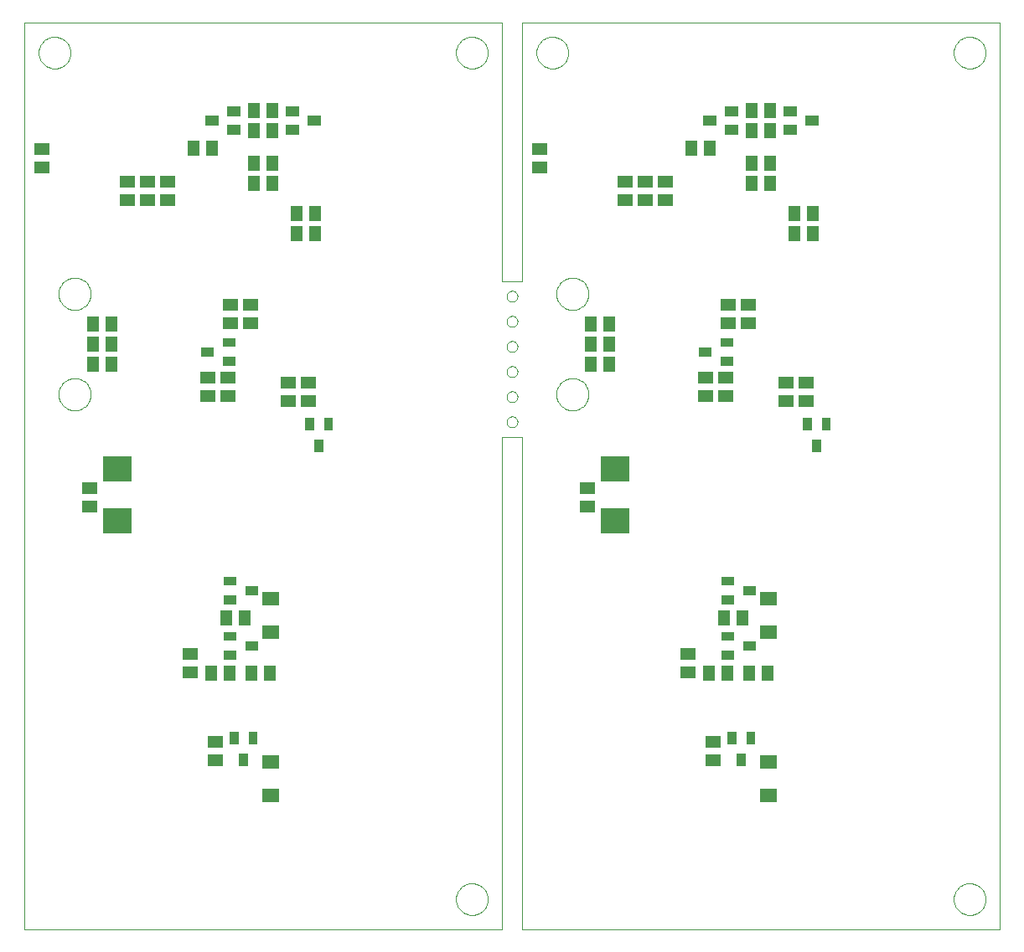
<source format=gbp>
G75*
G70*
%OFA0B0*%
%FSLAX24Y24*%
%IPPOS*%
%LPD*%
%AMOC8*
5,1,8,0,0,1.08239X$1,22.5*
%
%ADD10C,0.0000*%
%ADD11R,0.0512X0.0591*%
%ADD12R,0.0591X0.0512*%
%ADD13R,0.0551X0.0394*%
%ADD14R,0.0709X0.0551*%
%ADD15R,0.1181X0.0984*%
%ADD16C,0.0035*%
D10*
X001340Y001800D02*
X001340Y037900D01*
X020340Y037900D01*
X020340Y027600D01*
X021140Y027600D01*
X021140Y037900D01*
X040140Y037900D01*
X040140Y001800D01*
X021140Y001800D01*
X021140Y021400D01*
X020340Y021400D01*
X020340Y001800D01*
X001340Y001800D01*
X018510Y003000D02*
X018512Y003050D01*
X018518Y003100D01*
X018528Y003149D01*
X018542Y003197D01*
X018559Y003244D01*
X018580Y003289D01*
X018605Y003333D01*
X018633Y003374D01*
X018665Y003413D01*
X018699Y003450D01*
X018736Y003484D01*
X018776Y003514D01*
X018818Y003541D01*
X018862Y003565D01*
X018908Y003586D01*
X018955Y003602D01*
X019003Y003615D01*
X019053Y003624D01*
X019102Y003629D01*
X019153Y003630D01*
X019203Y003627D01*
X019252Y003620D01*
X019301Y003609D01*
X019349Y003594D01*
X019395Y003576D01*
X019440Y003554D01*
X019483Y003528D01*
X019524Y003499D01*
X019563Y003467D01*
X019599Y003432D01*
X019631Y003394D01*
X019661Y003354D01*
X019688Y003311D01*
X019711Y003267D01*
X019730Y003221D01*
X019746Y003173D01*
X019758Y003124D01*
X019766Y003075D01*
X019770Y003025D01*
X019770Y002975D01*
X019766Y002925D01*
X019758Y002876D01*
X019746Y002827D01*
X019730Y002779D01*
X019711Y002733D01*
X019688Y002689D01*
X019661Y002646D01*
X019631Y002606D01*
X019599Y002568D01*
X019563Y002533D01*
X019524Y002501D01*
X019483Y002472D01*
X019440Y002446D01*
X019395Y002424D01*
X019349Y002406D01*
X019301Y002391D01*
X019252Y002380D01*
X019203Y002373D01*
X019153Y002370D01*
X019102Y002371D01*
X019053Y002376D01*
X019003Y002385D01*
X018955Y002398D01*
X018908Y002414D01*
X018862Y002435D01*
X018818Y002459D01*
X018776Y002486D01*
X018736Y002516D01*
X018699Y002550D01*
X018665Y002587D01*
X018633Y002626D01*
X018605Y002667D01*
X018580Y002711D01*
X018559Y002756D01*
X018542Y002803D01*
X018528Y002851D01*
X018518Y002900D01*
X018512Y002950D01*
X018510Y003000D01*
X020523Y022000D02*
X020525Y022029D01*
X020531Y022057D01*
X020540Y022085D01*
X020553Y022111D01*
X020570Y022134D01*
X020589Y022156D01*
X020611Y022175D01*
X020636Y022190D01*
X020662Y022203D01*
X020690Y022211D01*
X020718Y022216D01*
X020747Y022217D01*
X020776Y022214D01*
X020804Y022207D01*
X020831Y022197D01*
X020857Y022183D01*
X020880Y022166D01*
X020901Y022146D01*
X020919Y022123D01*
X020934Y022098D01*
X020945Y022071D01*
X020953Y022043D01*
X020957Y022014D01*
X020957Y021986D01*
X020953Y021957D01*
X020945Y021929D01*
X020934Y021902D01*
X020919Y021877D01*
X020901Y021854D01*
X020880Y021834D01*
X020857Y021817D01*
X020831Y021803D01*
X020804Y021793D01*
X020776Y021786D01*
X020747Y021783D01*
X020718Y021784D01*
X020690Y021789D01*
X020662Y021797D01*
X020636Y021810D01*
X020611Y021825D01*
X020589Y021844D01*
X020570Y021866D01*
X020553Y021889D01*
X020540Y021915D01*
X020531Y021943D01*
X020525Y021971D01*
X020523Y022000D01*
X020523Y023000D02*
X020525Y023029D01*
X020531Y023057D01*
X020540Y023085D01*
X020553Y023111D01*
X020570Y023134D01*
X020589Y023156D01*
X020611Y023175D01*
X020636Y023190D01*
X020662Y023203D01*
X020690Y023211D01*
X020718Y023216D01*
X020747Y023217D01*
X020776Y023214D01*
X020804Y023207D01*
X020831Y023197D01*
X020857Y023183D01*
X020880Y023166D01*
X020901Y023146D01*
X020919Y023123D01*
X020934Y023098D01*
X020945Y023071D01*
X020953Y023043D01*
X020957Y023014D01*
X020957Y022986D01*
X020953Y022957D01*
X020945Y022929D01*
X020934Y022902D01*
X020919Y022877D01*
X020901Y022854D01*
X020880Y022834D01*
X020857Y022817D01*
X020831Y022803D01*
X020804Y022793D01*
X020776Y022786D01*
X020747Y022783D01*
X020718Y022784D01*
X020690Y022789D01*
X020662Y022797D01*
X020636Y022810D01*
X020611Y022825D01*
X020589Y022844D01*
X020570Y022866D01*
X020553Y022889D01*
X020540Y022915D01*
X020531Y022943D01*
X020525Y022971D01*
X020523Y023000D01*
X020523Y024000D02*
X020525Y024029D01*
X020531Y024057D01*
X020540Y024085D01*
X020553Y024111D01*
X020570Y024134D01*
X020589Y024156D01*
X020611Y024175D01*
X020636Y024190D01*
X020662Y024203D01*
X020690Y024211D01*
X020718Y024216D01*
X020747Y024217D01*
X020776Y024214D01*
X020804Y024207D01*
X020831Y024197D01*
X020857Y024183D01*
X020880Y024166D01*
X020901Y024146D01*
X020919Y024123D01*
X020934Y024098D01*
X020945Y024071D01*
X020953Y024043D01*
X020957Y024014D01*
X020957Y023986D01*
X020953Y023957D01*
X020945Y023929D01*
X020934Y023902D01*
X020919Y023877D01*
X020901Y023854D01*
X020880Y023834D01*
X020857Y023817D01*
X020831Y023803D01*
X020804Y023793D01*
X020776Y023786D01*
X020747Y023783D01*
X020718Y023784D01*
X020690Y023789D01*
X020662Y023797D01*
X020636Y023810D01*
X020611Y023825D01*
X020589Y023844D01*
X020570Y023866D01*
X020553Y023889D01*
X020540Y023915D01*
X020531Y023943D01*
X020525Y023971D01*
X020523Y024000D01*
X020523Y025000D02*
X020525Y025029D01*
X020531Y025057D01*
X020540Y025085D01*
X020553Y025111D01*
X020570Y025134D01*
X020589Y025156D01*
X020611Y025175D01*
X020636Y025190D01*
X020662Y025203D01*
X020690Y025211D01*
X020718Y025216D01*
X020747Y025217D01*
X020776Y025214D01*
X020804Y025207D01*
X020831Y025197D01*
X020857Y025183D01*
X020880Y025166D01*
X020901Y025146D01*
X020919Y025123D01*
X020934Y025098D01*
X020945Y025071D01*
X020953Y025043D01*
X020957Y025014D01*
X020957Y024986D01*
X020953Y024957D01*
X020945Y024929D01*
X020934Y024902D01*
X020919Y024877D01*
X020901Y024854D01*
X020880Y024834D01*
X020857Y024817D01*
X020831Y024803D01*
X020804Y024793D01*
X020776Y024786D01*
X020747Y024783D01*
X020718Y024784D01*
X020690Y024789D01*
X020662Y024797D01*
X020636Y024810D01*
X020611Y024825D01*
X020589Y024844D01*
X020570Y024866D01*
X020553Y024889D01*
X020540Y024915D01*
X020531Y024943D01*
X020525Y024971D01*
X020523Y025000D01*
X020523Y026000D02*
X020525Y026029D01*
X020531Y026057D01*
X020540Y026085D01*
X020553Y026111D01*
X020570Y026134D01*
X020589Y026156D01*
X020611Y026175D01*
X020636Y026190D01*
X020662Y026203D01*
X020690Y026211D01*
X020718Y026216D01*
X020747Y026217D01*
X020776Y026214D01*
X020804Y026207D01*
X020831Y026197D01*
X020857Y026183D01*
X020880Y026166D01*
X020901Y026146D01*
X020919Y026123D01*
X020934Y026098D01*
X020945Y026071D01*
X020953Y026043D01*
X020957Y026014D01*
X020957Y025986D01*
X020953Y025957D01*
X020945Y025929D01*
X020934Y025902D01*
X020919Y025877D01*
X020901Y025854D01*
X020880Y025834D01*
X020857Y025817D01*
X020831Y025803D01*
X020804Y025793D01*
X020776Y025786D01*
X020747Y025783D01*
X020718Y025784D01*
X020690Y025789D01*
X020662Y025797D01*
X020636Y025810D01*
X020611Y025825D01*
X020589Y025844D01*
X020570Y025866D01*
X020553Y025889D01*
X020540Y025915D01*
X020531Y025943D01*
X020525Y025971D01*
X020523Y026000D01*
X020523Y027000D02*
X020525Y027029D01*
X020531Y027057D01*
X020540Y027085D01*
X020553Y027111D01*
X020570Y027134D01*
X020589Y027156D01*
X020611Y027175D01*
X020636Y027190D01*
X020662Y027203D01*
X020690Y027211D01*
X020718Y027216D01*
X020747Y027217D01*
X020776Y027214D01*
X020804Y027207D01*
X020831Y027197D01*
X020857Y027183D01*
X020880Y027166D01*
X020901Y027146D01*
X020919Y027123D01*
X020934Y027098D01*
X020945Y027071D01*
X020953Y027043D01*
X020957Y027014D01*
X020957Y026986D01*
X020953Y026957D01*
X020945Y026929D01*
X020934Y026902D01*
X020919Y026877D01*
X020901Y026854D01*
X020880Y026834D01*
X020857Y026817D01*
X020831Y026803D01*
X020804Y026793D01*
X020776Y026786D01*
X020747Y026783D01*
X020718Y026784D01*
X020690Y026789D01*
X020662Y026797D01*
X020636Y026810D01*
X020611Y026825D01*
X020589Y026844D01*
X020570Y026866D01*
X020553Y026889D01*
X020540Y026915D01*
X020531Y026943D01*
X020525Y026971D01*
X020523Y027000D01*
X022500Y027100D02*
X022502Y027150D01*
X022508Y027200D01*
X022518Y027249D01*
X022531Y027298D01*
X022549Y027345D01*
X022570Y027391D01*
X022594Y027434D01*
X022622Y027476D01*
X022653Y027516D01*
X022687Y027553D01*
X022724Y027587D01*
X022764Y027618D01*
X022806Y027646D01*
X022849Y027670D01*
X022895Y027691D01*
X022942Y027709D01*
X022991Y027722D01*
X023040Y027732D01*
X023090Y027738D01*
X023140Y027740D01*
X023190Y027738D01*
X023240Y027732D01*
X023289Y027722D01*
X023338Y027709D01*
X023385Y027691D01*
X023431Y027670D01*
X023474Y027646D01*
X023516Y027618D01*
X023556Y027587D01*
X023593Y027553D01*
X023627Y027516D01*
X023658Y027476D01*
X023686Y027434D01*
X023710Y027391D01*
X023731Y027345D01*
X023749Y027298D01*
X023762Y027249D01*
X023772Y027200D01*
X023778Y027150D01*
X023780Y027100D01*
X023778Y027050D01*
X023772Y027000D01*
X023762Y026951D01*
X023749Y026902D01*
X023731Y026855D01*
X023710Y026809D01*
X023686Y026766D01*
X023658Y026724D01*
X023627Y026684D01*
X023593Y026647D01*
X023556Y026613D01*
X023516Y026582D01*
X023474Y026554D01*
X023431Y026530D01*
X023385Y026509D01*
X023338Y026491D01*
X023289Y026478D01*
X023240Y026468D01*
X023190Y026462D01*
X023140Y026460D01*
X023090Y026462D01*
X023040Y026468D01*
X022991Y026478D01*
X022942Y026491D01*
X022895Y026509D01*
X022849Y026530D01*
X022806Y026554D01*
X022764Y026582D01*
X022724Y026613D01*
X022687Y026647D01*
X022653Y026684D01*
X022622Y026724D01*
X022594Y026766D01*
X022570Y026809D01*
X022549Y026855D01*
X022531Y026902D01*
X022518Y026951D01*
X022508Y027000D01*
X022502Y027050D01*
X022500Y027100D01*
X022500Y023100D02*
X022502Y023150D01*
X022508Y023200D01*
X022518Y023249D01*
X022531Y023298D01*
X022549Y023345D01*
X022570Y023391D01*
X022594Y023434D01*
X022622Y023476D01*
X022653Y023516D01*
X022687Y023553D01*
X022724Y023587D01*
X022764Y023618D01*
X022806Y023646D01*
X022849Y023670D01*
X022895Y023691D01*
X022942Y023709D01*
X022991Y023722D01*
X023040Y023732D01*
X023090Y023738D01*
X023140Y023740D01*
X023190Y023738D01*
X023240Y023732D01*
X023289Y023722D01*
X023338Y023709D01*
X023385Y023691D01*
X023431Y023670D01*
X023474Y023646D01*
X023516Y023618D01*
X023556Y023587D01*
X023593Y023553D01*
X023627Y023516D01*
X023658Y023476D01*
X023686Y023434D01*
X023710Y023391D01*
X023731Y023345D01*
X023749Y023298D01*
X023762Y023249D01*
X023772Y023200D01*
X023778Y023150D01*
X023780Y023100D01*
X023778Y023050D01*
X023772Y023000D01*
X023762Y022951D01*
X023749Y022902D01*
X023731Y022855D01*
X023710Y022809D01*
X023686Y022766D01*
X023658Y022724D01*
X023627Y022684D01*
X023593Y022647D01*
X023556Y022613D01*
X023516Y022582D01*
X023474Y022554D01*
X023431Y022530D01*
X023385Y022509D01*
X023338Y022491D01*
X023289Y022478D01*
X023240Y022468D01*
X023190Y022462D01*
X023140Y022460D01*
X023090Y022462D01*
X023040Y022468D01*
X022991Y022478D01*
X022942Y022491D01*
X022895Y022509D01*
X022849Y022530D01*
X022806Y022554D01*
X022764Y022582D01*
X022724Y022613D01*
X022687Y022647D01*
X022653Y022684D01*
X022622Y022724D01*
X022594Y022766D01*
X022570Y022809D01*
X022549Y022855D01*
X022531Y022902D01*
X022518Y022951D01*
X022508Y023000D01*
X022502Y023050D01*
X022500Y023100D01*
X021710Y036700D02*
X021712Y036750D01*
X021718Y036800D01*
X021728Y036849D01*
X021742Y036897D01*
X021759Y036944D01*
X021780Y036989D01*
X021805Y037033D01*
X021833Y037074D01*
X021865Y037113D01*
X021899Y037150D01*
X021936Y037184D01*
X021976Y037214D01*
X022018Y037241D01*
X022062Y037265D01*
X022108Y037286D01*
X022155Y037302D01*
X022203Y037315D01*
X022253Y037324D01*
X022302Y037329D01*
X022353Y037330D01*
X022403Y037327D01*
X022452Y037320D01*
X022501Y037309D01*
X022549Y037294D01*
X022595Y037276D01*
X022640Y037254D01*
X022683Y037228D01*
X022724Y037199D01*
X022763Y037167D01*
X022799Y037132D01*
X022831Y037094D01*
X022861Y037054D01*
X022888Y037011D01*
X022911Y036967D01*
X022930Y036921D01*
X022946Y036873D01*
X022958Y036824D01*
X022966Y036775D01*
X022970Y036725D01*
X022970Y036675D01*
X022966Y036625D01*
X022958Y036576D01*
X022946Y036527D01*
X022930Y036479D01*
X022911Y036433D01*
X022888Y036389D01*
X022861Y036346D01*
X022831Y036306D01*
X022799Y036268D01*
X022763Y036233D01*
X022724Y036201D01*
X022683Y036172D01*
X022640Y036146D01*
X022595Y036124D01*
X022549Y036106D01*
X022501Y036091D01*
X022452Y036080D01*
X022403Y036073D01*
X022353Y036070D01*
X022302Y036071D01*
X022253Y036076D01*
X022203Y036085D01*
X022155Y036098D01*
X022108Y036114D01*
X022062Y036135D01*
X022018Y036159D01*
X021976Y036186D01*
X021936Y036216D01*
X021899Y036250D01*
X021865Y036287D01*
X021833Y036326D01*
X021805Y036367D01*
X021780Y036411D01*
X021759Y036456D01*
X021742Y036503D01*
X021728Y036551D01*
X021718Y036600D01*
X021712Y036650D01*
X021710Y036700D01*
X018510Y036700D02*
X018512Y036750D01*
X018518Y036800D01*
X018528Y036849D01*
X018542Y036897D01*
X018559Y036944D01*
X018580Y036989D01*
X018605Y037033D01*
X018633Y037074D01*
X018665Y037113D01*
X018699Y037150D01*
X018736Y037184D01*
X018776Y037214D01*
X018818Y037241D01*
X018862Y037265D01*
X018908Y037286D01*
X018955Y037302D01*
X019003Y037315D01*
X019053Y037324D01*
X019102Y037329D01*
X019153Y037330D01*
X019203Y037327D01*
X019252Y037320D01*
X019301Y037309D01*
X019349Y037294D01*
X019395Y037276D01*
X019440Y037254D01*
X019483Y037228D01*
X019524Y037199D01*
X019563Y037167D01*
X019599Y037132D01*
X019631Y037094D01*
X019661Y037054D01*
X019688Y037011D01*
X019711Y036967D01*
X019730Y036921D01*
X019746Y036873D01*
X019758Y036824D01*
X019766Y036775D01*
X019770Y036725D01*
X019770Y036675D01*
X019766Y036625D01*
X019758Y036576D01*
X019746Y036527D01*
X019730Y036479D01*
X019711Y036433D01*
X019688Y036389D01*
X019661Y036346D01*
X019631Y036306D01*
X019599Y036268D01*
X019563Y036233D01*
X019524Y036201D01*
X019483Y036172D01*
X019440Y036146D01*
X019395Y036124D01*
X019349Y036106D01*
X019301Y036091D01*
X019252Y036080D01*
X019203Y036073D01*
X019153Y036070D01*
X019102Y036071D01*
X019053Y036076D01*
X019003Y036085D01*
X018955Y036098D01*
X018908Y036114D01*
X018862Y036135D01*
X018818Y036159D01*
X018776Y036186D01*
X018736Y036216D01*
X018699Y036250D01*
X018665Y036287D01*
X018633Y036326D01*
X018605Y036367D01*
X018580Y036411D01*
X018559Y036456D01*
X018542Y036503D01*
X018528Y036551D01*
X018518Y036600D01*
X018512Y036650D01*
X018510Y036700D01*
X002700Y027100D02*
X002702Y027150D01*
X002708Y027200D01*
X002718Y027249D01*
X002731Y027298D01*
X002749Y027345D01*
X002770Y027391D01*
X002794Y027434D01*
X002822Y027476D01*
X002853Y027516D01*
X002887Y027553D01*
X002924Y027587D01*
X002964Y027618D01*
X003006Y027646D01*
X003049Y027670D01*
X003095Y027691D01*
X003142Y027709D01*
X003191Y027722D01*
X003240Y027732D01*
X003290Y027738D01*
X003340Y027740D01*
X003390Y027738D01*
X003440Y027732D01*
X003489Y027722D01*
X003538Y027709D01*
X003585Y027691D01*
X003631Y027670D01*
X003674Y027646D01*
X003716Y027618D01*
X003756Y027587D01*
X003793Y027553D01*
X003827Y027516D01*
X003858Y027476D01*
X003886Y027434D01*
X003910Y027391D01*
X003931Y027345D01*
X003949Y027298D01*
X003962Y027249D01*
X003972Y027200D01*
X003978Y027150D01*
X003980Y027100D01*
X003978Y027050D01*
X003972Y027000D01*
X003962Y026951D01*
X003949Y026902D01*
X003931Y026855D01*
X003910Y026809D01*
X003886Y026766D01*
X003858Y026724D01*
X003827Y026684D01*
X003793Y026647D01*
X003756Y026613D01*
X003716Y026582D01*
X003674Y026554D01*
X003631Y026530D01*
X003585Y026509D01*
X003538Y026491D01*
X003489Y026478D01*
X003440Y026468D01*
X003390Y026462D01*
X003340Y026460D01*
X003290Y026462D01*
X003240Y026468D01*
X003191Y026478D01*
X003142Y026491D01*
X003095Y026509D01*
X003049Y026530D01*
X003006Y026554D01*
X002964Y026582D01*
X002924Y026613D01*
X002887Y026647D01*
X002853Y026684D01*
X002822Y026724D01*
X002794Y026766D01*
X002770Y026809D01*
X002749Y026855D01*
X002731Y026902D01*
X002718Y026951D01*
X002708Y027000D01*
X002702Y027050D01*
X002700Y027100D01*
X002700Y023100D02*
X002702Y023150D01*
X002708Y023200D01*
X002718Y023249D01*
X002731Y023298D01*
X002749Y023345D01*
X002770Y023391D01*
X002794Y023434D01*
X002822Y023476D01*
X002853Y023516D01*
X002887Y023553D01*
X002924Y023587D01*
X002964Y023618D01*
X003006Y023646D01*
X003049Y023670D01*
X003095Y023691D01*
X003142Y023709D01*
X003191Y023722D01*
X003240Y023732D01*
X003290Y023738D01*
X003340Y023740D01*
X003390Y023738D01*
X003440Y023732D01*
X003489Y023722D01*
X003538Y023709D01*
X003585Y023691D01*
X003631Y023670D01*
X003674Y023646D01*
X003716Y023618D01*
X003756Y023587D01*
X003793Y023553D01*
X003827Y023516D01*
X003858Y023476D01*
X003886Y023434D01*
X003910Y023391D01*
X003931Y023345D01*
X003949Y023298D01*
X003962Y023249D01*
X003972Y023200D01*
X003978Y023150D01*
X003980Y023100D01*
X003978Y023050D01*
X003972Y023000D01*
X003962Y022951D01*
X003949Y022902D01*
X003931Y022855D01*
X003910Y022809D01*
X003886Y022766D01*
X003858Y022724D01*
X003827Y022684D01*
X003793Y022647D01*
X003756Y022613D01*
X003716Y022582D01*
X003674Y022554D01*
X003631Y022530D01*
X003585Y022509D01*
X003538Y022491D01*
X003489Y022478D01*
X003440Y022468D01*
X003390Y022462D01*
X003340Y022460D01*
X003290Y022462D01*
X003240Y022468D01*
X003191Y022478D01*
X003142Y022491D01*
X003095Y022509D01*
X003049Y022530D01*
X003006Y022554D01*
X002964Y022582D01*
X002924Y022613D01*
X002887Y022647D01*
X002853Y022684D01*
X002822Y022724D01*
X002794Y022766D01*
X002770Y022809D01*
X002749Y022855D01*
X002731Y022902D01*
X002718Y022951D01*
X002708Y023000D01*
X002702Y023050D01*
X002700Y023100D01*
X001910Y036700D02*
X001912Y036750D01*
X001918Y036800D01*
X001928Y036849D01*
X001942Y036897D01*
X001959Y036944D01*
X001980Y036989D01*
X002005Y037033D01*
X002033Y037074D01*
X002065Y037113D01*
X002099Y037150D01*
X002136Y037184D01*
X002176Y037214D01*
X002218Y037241D01*
X002262Y037265D01*
X002308Y037286D01*
X002355Y037302D01*
X002403Y037315D01*
X002453Y037324D01*
X002502Y037329D01*
X002553Y037330D01*
X002603Y037327D01*
X002652Y037320D01*
X002701Y037309D01*
X002749Y037294D01*
X002795Y037276D01*
X002840Y037254D01*
X002883Y037228D01*
X002924Y037199D01*
X002963Y037167D01*
X002999Y037132D01*
X003031Y037094D01*
X003061Y037054D01*
X003088Y037011D01*
X003111Y036967D01*
X003130Y036921D01*
X003146Y036873D01*
X003158Y036824D01*
X003166Y036775D01*
X003170Y036725D01*
X003170Y036675D01*
X003166Y036625D01*
X003158Y036576D01*
X003146Y036527D01*
X003130Y036479D01*
X003111Y036433D01*
X003088Y036389D01*
X003061Y036346D01*
X003031Y036306D01*
X002999Y036268D01*
X002963Y036233D01*
X002924Y036201D01*
X002883Y036172D01*
X002840Y036146D01*
X002795Y036124D01*
X002749Y036106D01*
X002701Y036091D01*
X002652Y036080D01*
X002603Y036073D01*
X002553Y036070D01*
X002502Y036071D01*
X002453Y036076D01*
X002403Y036085D01*
X002355Y036098D01*
X002308Y036114D01*
X002262Y036135D01*
X002218Y036159D01*
X002176Y036186D01*
X002136Y036216D01*
X002099Y036250D01*
X002065Y036287D01*
X002033Y036326D01*
X002005Y036367D01*
X001980Y036411D01*
X001959Y036456D01*
X001942Y036503D01*
X001928Y036551D01*
X001918Y036600D01*
X001912Y036650D01*
X001910Y036700D01*
X038310Y036700D02*
X038312Y036750D01*
X038318Y036800D01*
X038328Y036849D01*
X038342Y036897D01*
X038359Y036944D01*
X038380Y036989D01*
X038405Y037033D01*
X038433Y037074D01*
X038465Y037113D01*
X038499Y037150D01*
X038536Y037184D01*
X038576Y037214D01*
X038618Y037241D01*
X038662Y037265D01*
X038708Y037286D01*
X038755Y037302D01*
X038803Y037315D01*
X038853Y037324D01*
X038902Y037329D01*
X038953Y037330D01*
X039003Y037327D01*
X039052Y037320D01*
X039101Y037309D01*
X039149Y037294D01*
X039195Y037276D01*
X039240Y037254D01*
X039283Y037228D01*
X039324Y037199D01*
X039363Y037167D01*
X039399Y037132D01*
X039431Y037094D01*
X039461Y037054D01*
X039488Y037011D01*
X039511Y036967D01*
X039530Y036921D01*
X039546Y036873D01*
X039558Y036824D01*
X039566Y036775D01*
X039570Y036725D01*
X039570Y036675D01*
X039566Y036625D01*
X039558Y036576D01*
X039546Y036527D01*
X039530Y036479D01*
X039511Y036433D01*
X039488Y036389D01*
X039461Y036346D01*
X039431Y036306D01*
X039399Y036268D01*
X039363Y036233D01*
X039324Y036201D01*
X039283Y036172D01*
X039240Y036146D01*
X039195Y036124D01*
X039149Y036106D01*
X039101Y036091D01*
X039052Y036080D01*
X039003Y036073D01*
X038953Y036070D01*
X038902Y036071D01*
X038853Y036076D01*
X038803Y036085D01*
X038755Y036098D01*
X038708Y036114D01*
X038662Y036135D01*
X038618Y036159D01*
X038576Y036186D01*
X038536Y036216D01*
X038499Y036250D01*
X038465Y036287D01*
X038433Y036326D01*
X038405Y036367D01*
X038380Y036411D01*
X038359Y036456D01*
X038342Y036503D01*
X038328Y036551D01*
X038318Y036600D01*
X038312Y036650D01*
X038310Y036700D01*
X038310Y003000D02*
X038312Y003050D01*
X038318Y003100D01*
X038328Y003149D01*
X038342Y003197D01*
X038359Y003244D01*
X038380Y003289D01*
X038405Y003333D01*
X038433Y003374D01*
X038465Y003413D01*
X038499Y003450D01*
X038536Y003484D01*
X038576Y003514D01*
X038618Y003541D01*
X038662Y003565D01*
X038708Y003586D01*
X038755Y003602D01*
X038803Y003615D01*
X038853Y003624D01*
X038902Y003629D01*
X038953Y003630D01*
X039003Y003627D01*
X039052Y003620D01*
X039101Y003609D01*
X039149Y003594D01*
X039195Y003576D01*
X039240Y003554D01*
X039283Y003528D01*
X039324Y003499D01*
X039363Y003467D01*
X039399Y003432D01*
X039431Y003394D01*
X039461Y003354D01*
X039488Y003311D01*
X039511Y003267D01*
X039530Y003221D01*
X039546Y003173D01*
X039558Y003124D01*
X039566Y003075D01*
X039570Y003025D01*
X039570Y002975D01*
X039566Y002925D01*
X039558Y002876D01*
X039546Y002827D01*
X039530Y002779D01*
X039511Y002733D01*
X039488Y002689D01*
X039461Y002646D01*
X039431Y002606D01*
X039399Y002568D01*
X039363Y002533D01*
X039324Y002501D01*
X039283Y002472D01*
X039240Y002446D01*
X039195Y002424D01*
X039149Y002406D01*
X039101Y002391D01*
X039052Y002380D01*
X039003Y002373D01*
X038953Y002370D01*
X038902Y002371D01*
X038853Y002376D01*
X038803Y002385D01*
X038755Y002398D01*
X038708Y002414D01*
X038662Y002435D01*
X038618Y002459D01*
X038576Y002486D01*
X038536Y002516D01*
X038499Y002550D01*
X038465Y002587D01*
X038433Y002626D01*
X038405Y002667D01*
X038380Y002711D01*
X038359Y002756D01*
X038342Y002803D01*
X038328Y002851D01*
X038318Y002900D01*
X038312Y002950D01*
X038310Y003000D01*
D11*
X030914Y012000D03*
X030166Y012000D03*
X029314Y012000D03*
X028566Y012000D03*
X029166Y014200D03*
X029914Y014200D03*
X024614Y024300D03*
X023866Y024300D03*
X023866Y025100D03*
X024614Y025100D03*
X024614Y025900D03*
X023866Y025900D03*
X030266Y031500D03*
X031014Y031500D03*
X031014Y032300D03*
X030266Y032300D03*
X030266Y033600D03*
X031014Y033600D03*
X031014Y034400D03*
X030266Y034400D03*
X028614Y032900D03*
X027866Y032900D03*
X031966Y030300D03*
X032714Y030300D03*
X032714Y029500D03*
X031966Y029500D03*
X012914Y029500D03*
X012166Y029500D03*
X012166Y030300D03*
X012914Y030300D03*
X011214Y031500D03*
X010466Y031500D03*
X010466Y032300D03*
X011214Y032300D03*
X011214Y033600D03*
X010466Y033600D03*
X010466Y034400D03*
X011214Y034400D03*
X008814Y032900D03*
X008066Y032900D03*
X004814Y025900D03*
X004066Y025900D03*
X004066Y025100D03*
X004814Y025100D03*
X004814Y024300D03*
X004066Y024300D03*
X009366Y014200D03*
X010114Y014200D03*
X010366Y012000D03*
X011114Y012000D03*
X009514Y012000D03*
X008766Y012000D03*
D12*
X007940Y012026D03*
X007940Y012774D03*
X008940Y009274D03*
X008940Y008526D03*
X003940Y018626D03*
X003940Y019374D03*
X008640Y023026D03*
X008640Y023774D03*
X009440Y023774D03*
X009440Y023026D03*
X011840Y022826D03*
X011840Y023574D03*
X012640Y023574D03*
X012640Y022826D03*
X010340Y025926D03*
X010340Y026674D03*
X009540Y026674D03*
X009540Y025926D03*
X007040Y030826D03*
X007040Y031574D03*
X006240Y031574D03*
X006240Y030826D03*
X005440Y030826D03*
X005440Y031574D03*
X002040Y032126D03*
X002040Y032874D03*
X021840Y032874D03*
X021840Y032126D03*
X025240Y031574D03*
X025240Y030826D03*
X026040Y030826D03*
X026040Y031574D03*
X026840Y031574D03*
X026840Y030826D03*
X029340Y026674D03*
X029340Y025926D03*
X030140Y025926D03*
X030140Y026674D03*
X029240Y023774D03*
X029240Y023026D03*
X028440Y023026D03*
X028440Y023774D03*
X031640Y023574D03*
X031640Y022826D03*
X032440Y022826D03*
X032440Y023574D03*
X023740Y019374D03*
X023740Y018626D03*
X027740Y012774D03*
X027740Y012026D03*
X028740Y009274D03*
X028740Y008526D03*
D13*
X029473Y033626D03*
X029473Y034374D03*
X028607Y034000D03*
X031807Y033626D03*
X031807Y034374D03*
X032673Y034000D03*
X012873Y034000D03*
X012007Y033626D03*
X012007Y034374D03*
X009673Y034374D03*
X009673Y033626D03*
X008807Y034000D03*
D14*
X011140Y014969D03*
X011140Y013631D03*
X011140Y008469D03*
X011140Y007131D03*
X030940Y007131D03*
X030940Y008469D03*
X030940Y013631D03*
X030940Y014969D03*
D15*
X024840Y018067D03*
X024840Y020133D03*
X005040Y020133D03*
X005040Y018067D03*
D16*
X009746Y015834D02*
X009746Y015514D01*
X009268Y015514D01*
X009268Y015834D01*
X009746Y015834D01*
X009746Y015548D02*
X009268Y015548D01*
X009268Y015582D02*
X009746Y015582D01*
X009746Y015616D02*
X009268Y015616D01*
X009268Y015650D02*
X009746Y015650D01*
X009746Y015684D02*
X009268Y015684D01*
X009268Y015718D02*
X009746Y015718D01*
X009746Y015752D02*
X009268Y015752D01*
X009268Y015786D02*
X009746Y015786D01*
X009746Y015820D02*
X009268Y015820D01*
X009746Y015086D02*
X009746Y014766D01*
X009268Y014766D01*
X009268Y015086D01*
X009746Y015086D01*
X009746Y014800D02*
X009268Y014800D01*
X009268Y014834D02*
X009746Y014834D01*
X009746Y014868D02*
X009268Y014868D01*
X009268Y014902D02*
X009746Y014902D01*
X009746Y014936D02*
X009268Y014936D01*
X009268Y014970D02*
X009746Y014970D01*
X009746Y015004D02*
X009268Y015004D01*
X009268Y015038D02*
X009746Y015038D01*
X009746Y015072D02*
X009268Y015072D01*
X010612Y015140D02*
X010612Y015460D01*
X010612Y015140D02*
X010134Y015140D01*
X010134Y015460D01*
X010612Y015460D01*
X010612Y015174D02*
X010134Y015174D01*
X010134Y015208D02*
X010612Y015208D01*
X010612Y015242D02*
X010134Y015242D01*
X010134Y015276D02*
X010612Y015276D01*
X010612Y015310D02*
X010134Y015310D01*
X010134Y015344D02*
X010612Y015344D01*
X010612Y015378D02*
X010134Y015378D01*
X010134Y015412D02*
X010612Y015412D01*
X010612Y015446D02*
X010134Y015446D01*
X009746Y013634D02*
X009746Y013314D01*
X009268Y013314D01*
X009268Y013634D01*
X009746Y013634D01*
X009746Y013348D02*
X009268Y013348D01*
X009268Y013382D02*
X009746Y013382D01*
X009746Y013416D02*
X009268Y013416D01*
X009268Y013450D02*
X009746Y013450D01*
X009746Y013484D02*
X009268Y013484D01*
X009268Y013518D02*
X009746Y013518D01*
X009746Y013552D02*
X009268Y013552D01*
X009268Y013586D02*
X009746Y013586D01*
X009746Y013620D02*
X009268Y013620D01*
X009746Y012886D02*
X009746Y012566D01*
X009268Y012566D01*
X009268Y012886D01*
X009746Y012886D01*
X009746Y012600D02*
X009268Y012600D01*
X009268Y012634D02*
X009746Y012634D01*
X009746Y012668D02*
X009268Y012668D01*
X009268Y012702D02*
X009746Y012702D01*
X009746Y012736D02*
X009268Y012736D01*
X009268Y012770D02*
X009746Y012770D01*
X009746Y012804D02*
X009268Y012804D01*
X009268Y012838D02*
X009746Y012838D01*
X009746Y012872D02*
X009268Y012872D01*
X010612Y012940D02*
X010612Y013260D01*
X010612Y012940D02*
X010134Y012940D01*
X010134Y013260D01*
X010612Y013260D01*
X010612Y012974D02*
X010134Y012974D01*
X010134Y013008D02*
X010612Y013008D01*
X010612Y013042D02*
X010134Y013042D01*
X010134Y013076D02*
X010612Y013076D01*
X010612Y013110D02*
X010134Y013110D01*
X010134Y013144D02*
X010612Y013144D01*
X010612Y013178D02*
X010134Y013178D01*
X010134Y013212D02*
X010612Y013212D01*
X010612Y013246D02*
X010134Y013246D01*
X010254Y009194D02*
X010574Y009194D01*
X010254Y009194D02*
X010254Y009672D01*
X010574Y009672D01*
X010574Y009194D01*
X010574Y009228D02*
X010254Y009228D01*
X010254Y009262D02*
X010574Y009262D01*
X010574Y009296D02*
X010254Y009296D01*
X010254Y009330D02*
X010574Y009330D01*
X010574Y009364D02*
X010254Y009364D01*
X010254Y009398D02*
X010574Y009398D01*
X010574Y009432D02*
X010254Y009432D01*
X010254Y009466D02*
X010574Y009466D01*
X010574Y009500D02*
X010254Y009500D01*
X010254Y009534D02*
X010574Y009534D01*
X010574Y009568D02*
X010254Y009568D01*
X010254Y009602D02*
X010574Y009602D01*
X010574Y009636D02*
X010254Y009636D01*
X010254Y009670D02*
X010574Y009670D01*
X009826Y009194D02*
X009506Y009194D01*
X009506Y009672D01*
X009826Y009672D01*
X009826Y009194D01*
X009826Y009228D02*
X009506Y009228D01*
X009506Y009262D02*
X009826Y009262D01*
X009826Y009296D02*
X009506Y009296D01*
X009506Y009330D02*
X009826Y009330D01*
X009826Y009364D02*
X009506Y009364D01*
X009506Y009398D02*
X009826Y009398D01*
X009826Y009432D02*
X009506Y009432D01*
X009506Y009466D02*
X009826Y009466D01*
X009826Y009500D02*
X009506Y009500D01*
X009506Y009534D02*
X009826Y009534D01*
X009826Y009568D02*
X009506Y009568D01*
X009506Y009602D02*
X009826Y009602D01*
X009826Y009636D02*
X009506Y009636D01*
X009506Y009670D02*
X009826Y009670D01*
X009880Y008328D02*
X010200Y008328D01*
X009880Y008328D02*
X009880Y008806D01*
X010200Y008806D01*
X010200Y008328D01*
X010200Y008362D02*
X009880Y008362D01*
X009880Y008396D02*
X010200Y008396D01*
X010200Y008430D02*
X009880Y008430D01*
X009880Y008464D02*
X010200Y008464D01*
X010200Y008498D02*
X009880Y008498D01*
X009880Y008532D02*
X010200Y008532D01*
X010200Y008566D02*
X009880Y008566D01*
X009880Y008600D02*
X010200Y008600D01*
X010200Y008634D02*
X009880Y008634D01*
X009880Y008668D02*
X010200Y008668D01*
X010200Y008702D02*
X009880Y008702D01*
X009880Y008736D02*
X010200Y008736D01*
X010200Y008770D02*
X009880Y008770D01*
X009880Y008804D02*
X010200Y008804D01*
X012880Y020828D02*
X013200Y020828D01*
X012880Y020828D02*
X012880Y021306D01*
X013200Y021306D01*
X013200Y020828D01*
X013200Y020862D02*
X012880Y020862D01*
X012880Y020896D02*
X013200Y020896D01*
X013200Y020930D02*
X012880Y020930D01*
X012880Y020964D02*
X013200Y020964D01*
X013200Y020998D02*
X012880Y020998D01*
X012880Y021032D02*
X013200Y021032D01*
X013200Y021066D02*
X012880Y021066D01*
X012880Y021100D02*
X013200Y021100D01*
X013200Y021134D02*
X012880Y021134D01*
X012880Y021168D02*
X013200Y021168D01*
X013200Y021202D02*
X012880Y021202D01*
X012880Y021236D02*
X013200Y021236D01*
X013200Y021270D02*
X012880Y021270D01*
X012880Y021304D02*
X013200Y021304D01*
X013254Y021694D02*
X013574Y021694D01*
X013254Y021694D02*
X013254Y022172D01*
X013574Y022172D01*
X013574Y021694D01*
X013574Y021728D02*
X013254Y021728D01*
X013254Y021762D02*
X013574Y021762D01*
X013574Y021796D02*
X013254Y021796D01*
X013254Y021830D02*
X013574Y021830D01*
X013574Y021864D02*
X013254Y021864D01*
X013254Y021898D02*
X013574Y021898D01*
X013574Y021932D02*
X013254Y021932D01*
X013254Y021966D02*
X013574Y021966D01*
X013574Y022000D02*
X013254Y022000D01*
X013254Y022034D02*
X013574Y022034D01*
X013574Y022068D02*
X013254Y022068D01*
X013254Y022102D02*
X013574Y022102D01*
X013574Y022136D02*
X013254Y022136D01*
X013254Y022170D02*
X013574Y022170D01*
X012826Y021694D02*
X012506Y021694D01*
X012506Y022172D01*
X012826Y022172D01*
X012826Y021694D01*
X012826Y021728D02*
X012506Y021728D01*
X012506Y021762D02*
X012826Y021762D01*
X012826Y021796D02*
X012506Y021796D01*
X012506Y021830D02*
X012826Y021830D01*
X012826Y021864D02*
X012506Y021864D01*
X012506Y021898D02*
X012826Y021898D01*
X012826Y021932D02*
X012506Y021932D01*
X012506Y021966D02*
X012826Y021966D01*
X012826Y022000D02*
X012506Y022000D01*
X012506Y022034D02*
X012826Y022034D01*
X012826Y022068D02*
X012506Y022068D01*
X012506Y022102D02*
X012826Y022102D01*
X012826Y022136D02*
X012506Y022136D01*
X012506Y022170D02*
X012826Y022170D01*
X009234Y024266D02*
X009234Y024586D01*
X009712Y024586D01*
X009712Y024266D01*
X009234Y024266D01*
X009234Y024300D02*
X009712Y024300D01*
X009712Y024334D02*
X009234Y024334D01*
X009234Y024368D02*
X009712Y024368D01*
X009712Y024402D02*
X009234Y024402D01*
X009234Y024436D02*
X009712Y024436D01*
X009712Y024470D02*
X009234Y024470D01*
X009234Y024504D02*
X009712Y024504D01*
X009712Y024538D02*
X009234Y024538D01*
X009234Y024572D02*
X009712Y024572D01*
X009234Y025014D02*
X009234Y025334D01*
X009712Y025334D01*
X009712Y025014D01*
X009234Y025014D01*
X009234Y025048D02*
X009712Y025048D01*
X009712Y025082D02*
X009234Y025082D01*
X009234Y025116D02*
X009712Y025116D01*
X009712Y025150D02*
X009234Y025150D01*
X009234Y025184D02*
X009712Y025184D01*
X009712Y025218D02*
X009234Y025218D01*
X009234Y025252D02*
X009712Y025252D01*
X009712Y025286D02*
X009234Y025286D01*
X009234Y025320D02*
X009712Y025320D01*
X008368Y024960D02*
X008368Y024640D01*
X008368Y024960D02*
X008846Y024960D01*
X008846Y024640D01*
X008368Y024640D01*
X008368Y024674D02*
X008846Y024674D01*
X008846Y024708D02*
X008368Y024708D01*
X008368Y024742D02*
X008846Y024742D01*
X008846Y024776D02*
X008368Y024776D01*
X008368Y024810D02*
X008846Y024810D01*
X008846Y024844D02*
X008368Y024844D01*
X008368Y024878D02*
X008846Y024878D01*
X008846Y024912D02*
X008368Y024912D01*
X008368Y024946D02*
X008846Y024946D01*
X028168Y024960D02*
X028168Y024640D01*
X028168Y024960D02*
X028646Y024960D01*
X028646Y024640D01*
X028168Y024640D01*
X028168Y024674D02*
X028646Y024674D01*
X028646Y024708D02*
X028168Y024708D01*
X028168Y024742D02*
X028646Y024742D01*
X028646Y024776D02*
X028168Y024776D01*
X028168Y024810D02*
X028646Y024810D01*
X028646Y024844D02*
X028168Y024844D01*
X028168Y024878D02*
X028646Y024878D01*
X028646Y024912D02*
X028168Y024912D01*
X028168Y024946D02*
X028646Y024946D01*
X029034Y025014D02*
X029034Y025334D01*
X029512Y025334D01*
X029512Y025014D01*
X029034Y025014D01*
X029034Y025048D02*
X029512Y025048D01*
X029512Y025082D02*
X029034Y025082D01*
X029034Y025116D02*
X029512Y025116D01*
X029512Y025150D02*
X029034Y025150D01*
X029034Y025184D02*
X029512Y025184D01*
X029512Y025218D02*
X029034Y025218D01*
X029034Y025252D02*
X029512Y025252D01*
X029512Y025286D02*
X029034Y025286D01*
X029034Y025320D02*
X029512Y025320D01*
X029034Y024586D02*
X029034Y024266D01*
X029034Y024586D02*
X029512Y024586D01*
X029512Y024266D01*
X029034Y024266D01*
X029034Y024300D02*
X029512Y024300D01*
X029512Y024334D02*
X029034Y024334D01*
X029034Y024368D02*
X029512Y024368D01*
X029512Y024402D02*
X029034Y024402D01*
X029034Y024436D02*
X029512Y024436D01*
X029512Y024470D02*
X029034Y024470D01*
X029034Y024504D02*
X029512Y024504D01*
X029512Y024538D02*
X029034Y024538D01*
X029034Y024572D02*
X029512Y024572D01*
X032306Y021694D02*
X032626Y021694D01*
X032306Y021694D02*
X032306Y022172D01*
X032626Y022172D01*
X032626Y021694D01*
X032626Y021728D02*
X032306Y021728D01*
X032306Y021762D02*
X032626Y021762D01*
X032626Y021796D02*
X032306Y021796D01*
X032306Y021830D02*
X032626Y021830D01*
X032626Y021864D02*
X032306Y021864D01*
X032306Y021898D02*
X032626Y021898D01*
X032626Y021932D02*
X032306Y021932D01*
X032306Y021966D02*
X032626Y021966D01*
X032626Y022000D02*
X032306Y022000D01*
X032306Y022034D02*
X032626Y022034D01*
X032626Y022068D02*
X032306Y022068D01*
X032306Y022102D02*
X032626Y022102D01*
X032626Y022136D02*
X032306Y022136D01*
X032306Y022170D02*
X032626Y022170D01*
X033054Y021694D02*
X033374Y021694D01*
X033054Y021694D02*
X033054Y022172D01*
X033374Y022172D01*
X033374Y021694D01*
X033374Y021728D02*
X033054Y021728D01*
X033054Y021762D02*
X033374Y021762D01*
X033374Y021796D02*
X033054Y021796D01*
X033054Y021830D02*
X033374Y021830D01*
X033374Y021864D02*
X033054Y021864D01*
X033054Y021898D02*
X033374Y021898D01*
X033374Y021932D02*
X033054Y021932D01*
X033054Y021966D02*
X033374Y021966D01*
X033374Y022000D02*
X033054Y022000D01*
X033054Y022034D02*
X033374Y022034D01*
X033374Y022068D02*
X033054Y022068D01*
X033054Y022102D02*
X033374Y022102D01*
X033374Y022136D02*
X033054Y022136D01*
X033054Y022170D02*
X033374Y022170D01*
X033000Y020828D02*
X032680Y020828D01*
X032680Y021306D01*
X033000Y021306D01*
X033000Y020828D01*
X033000Y020862D02*
X032680Y020862D01*
X032680Y020896D02*
X033000Y020896D01*
X033000Y020930D02*
X032680Y020930D01*
X032680Y020964D02*
X033000Y020964D01*
X033000Y020998D02*
X032680Y020998D01*
X032680Y021032D02*
X033000Y021032D01*
X033000Y021066D02*
X032680Y021066D01*
X032680Y021100D02*
X033000Y021100D01*
X033000Y021134D02*
X032680Y021134D01*
X032680Y021168D02*
X033000Y021168D01*
X033000Y021202D02*
X032680Y021202D01*
X032680Y021236D02*
X033000Y021236D01*
X033000Y021270D02*
X032680Y021270D01*
X032680Y021304D02*
X033000Y021304D01*
X029546Y015834D02*
X029546Y015514D01*
X029068Y015514D01*
X029068Y015834D01*
X029546Y015834D01*
X029546Y015548D02*
X029068Y015548D01*
X029068Y015582D02*
X029546Y015582D01*
X029546Y015616D02*
X029068Y015616D01*
X029068Y015650D02*
X029546Y015650D01*
X029546Y015684D02*
X029068Y015684D01*
X029068Y015718D02*
X029546Y015718D01*
X029546Y015752D02*
X029068Y015752D01*
X029068Y015786D02*
X029546Y015786D01*
X029546Y015820D02*
X029068Y015820D01*
X029546Y015086D02*
X029546Y014766D01*
X029068Y014766D01*
X029068Y015086D01*
X029546Y015086D01*
X029546Y014800D02*
X029068Y014800D01*
X029068Y014834D02*
X029546Y014834D01*
X029546Y014868D02*
X029068Y014868D01*
X029068Y014902D02*
X029546Y014902D01*
X029546Y014936D02*
X029068Y014936D01*
X029068Y014970D02*
X029546Y014970D01*
X029546Y015004D02*
X029068Y015004D01*
X029068Y015038D02*
X029546Y015038D01*
X029546Y015072D02*
X029068Y015072D01*
X030412Y015140D02*
X030412Y015460D01*
X030412Y015140D02*
X029934Y015140D01*
X029934Y015460D01*
X030412Y015460D01*
X030412Y015174D02*
X029934Y015174D01*
X029934Y015208D02*
X030412Y015208D01*
X030412Y015242D02*
X029934Y015242D01*
X029934Y015276D02*
X030412Y015276D01*
X030412Y015310D02*
X029934Y015310D01*
X029934Y015344D02*
X030412Y015344D01*
X030412Y015378D02*
X029934Y015378D01*
X029934Y015412D02*
X030412Y015412D01*
X030412Y015446D02*
X029934Y015446D01*
X029546Y013634D02*
X029546Y013314D01*
X029068Y013314D01*
X029068Y013634D01*
X029546Y013634D01*
X029546Y013348D02*
X029068Y013348D01*
X029068Y013382D02*
X029546Y013382D01*
X029546Y013416D02*
X029068Y013416D01*
X029068Y013450D02*
X029546Y013450D01*
X029546Y013484D02*
X029068Y013484D01*
X029068Y013518D02*
X029546Y013518D01*
X029546Y013552D02*
X029068Y013552D01*
X029068Y013586D02*
X029546Y013586D01*
X029546Y013620D02*
X029068Y013620D01*
X029546Y012886D02*
X029546Y012566D01*
X029068Y012566D01*
X029068Y012886D01*
X029546Y012886D01*
X029546Y012600D02*
X029068Y012600D01*
X029068Y012634D02*
X029546Y012634D01*
X029546Y012668D02*
X029068Y012668D01*
X029068Y012702D02*
X029546Y012702D01*
X029546Y012736D02*
X029068Y012736D01*
X029068Y012770D02*
X029546Y012770D01*
X029546Y012804D02*
X029068Y012804D01*
X029068Y012838D02*
X029546Y012838D01*
X029546Y012872D02*
X029068Y012872D01*
X030412Y012940D02*
X030412Y013260D01*
X030412Y012940D02*
X029934Y012940D01*
X029934Y013260D01*
X030412Y013260D01*
X030412Y012974D02*
X029934Y012974D01*
X029934Y013008D02*
X030412Y013008D01*
X030412Y013042D02*
X029934Y013042D01*
X029934Y013076D02*
X030412Y013076D01*
X030412Y013110D02*
X029934Y013110D01*
X029934Y013144D02*
X030412Y013144D01*
X030412Y013178D02*
X029934Y013178D01*
X029934Y013212D02*
X030412Y013212D01*
X030412Y013246D02*
X029934Y013246D01*
X030054Y009194D02*
X030374Y009194D01*
X030054Y009194D02*
X030054Y009672D01*
X030374Y009672D01*
X030374Y009194D01*
X030374Y009228D02*
X030054Y009228D01*
X030054Y009262D02*
X030374Y009262D01*
X030374Y009296D02*
X030054Y009296D01*
X030054Y009330D02*
X030374Y009330D01*
X030374Y009364D02*
X030054Y009364D01*
X030054Y009398D02*
X030374Y009398D01*
X030374Y009432D02*
X030054Y009432D01*
X030054Y009466D02*
X030374Y009466D01*
X030374Y009500D02*
X030054Y009500D01*
X030054Y009534D02*
X030374Y009534D01*
X030374Y009568D02*
X030054Y009568D01*
X030054Y009602D02*
X030374Y009602D01*
X030374Y009636D02*
X030054Y009636D01*
X030054Y009670D02*
X030374Y009670D01*
X029626Y009194D02*
X029306Y009194D01*
X029306Y009672D01*
X029626Y009672D01*
X029626Y009194D01*
X029626Y009228D02*
X029306Y009228D01*
X029306Y009262D02*
X029626Y009262D01*
X029626Y009296D02*
X029306Y009296D01*
X029306Y009330D02*
X029626Y009330D01*
X029626Y009364D02*
X029306Y009364D01*
X029306Y009398D02*
X029626Y009398D01*
X029626Y009432D02*
X029306Y009432D01*
X029306Y009466D02*
X029626Y009466D01*
X029626Y009500D02*
X029306Y009500D01*
X029306Y009534D02*
X029626Y009534D01*
X029626Y009568D02*
X029306Y009568D01*
X029306Y009602D02*
X029626Y009602D01*
X029626Y009636D02*
X029306Y009636D01*
X029306Y009670D02*
X029626Y009670D01*
X029680Y008328D02*
X030000Y008328D01*
X029680Y008328D02*
X029680Y008806D01*
X030000Y008806D01*
X030000Y008328D01*
X030000Y008362D02*
X029680Y008362D01*
X029680Y008396D02*
X030000Y008396D01*
X030000Y008430D02*
X029680Y008430D01*
X029680Y008464D02*
X030000Y008464D01*
X030000Y008498D02*
X029680Y008498D01*
X029680Y008532D02*
X030000Y008532D01*
X030000Y008566D02*
X029680Y008566D01*
X029680Y008600D02*
X030000Y008600D01*
X030000Y008634D02*
X029680Y008634D01*
X029680Y008668D02*
X030000Y008668D01*
X030000Y008702D02*
X029680Y008702D01*
X029680Y008736D02*
X030000Y008736D01*
X030000Y008770D02*
X029680Y008770D01*
X029680Y008804D02*
X030000Y008804D01*
M02*

</source>
